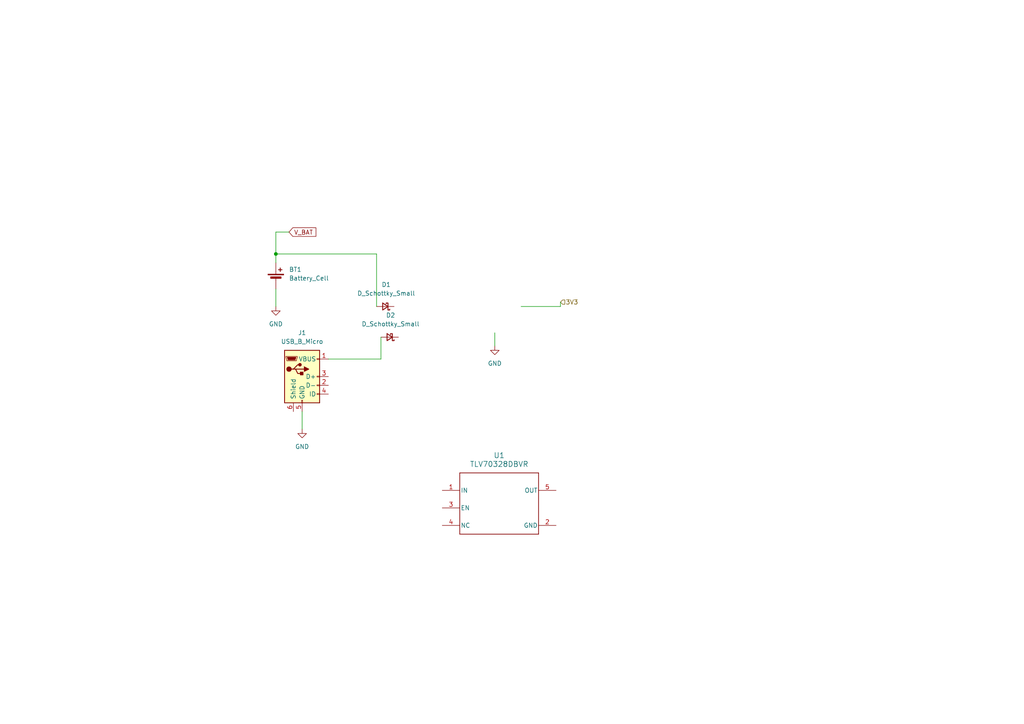
<source format=kicad_sch>
(kicad_sch (version 20230121) (generator eeschema)
  (paper "A4")
  (lib_symbols
    (symbol "Connector:USB_B_Micro" (pin_names (offset 1.016))
      (property "Reference" "J" (at -5.08 11.43 0))
      (property "Value" "USB_B_Micro" (at -5.08 8.89 0))
      (symbol "USB_B_Micro_0_1"
        (rectangle (start -5.08 -7.62) (end 5.08 7.62) (stroke (width 0.254)) (fill (type background)))
        (circle (center -3.81 2.159) (radius 0.635) (stroke (width 0.254)) (fill (type outline)))
        (circle (center -0.635 3.429) (radius 0.381) (stroke (width 0.254)) (fill (type outline)))
        (rectangle (start -0.127 -7.62) (end 0.127 -6.858))
        (polyline (pts (xy -1.905 2.159) (xy 0.635 2.159)) (stroke (width 0.254)))
        (polyline (pts (xy -3.175 2.159) (xy -2.54 2.159) (xy -1.27 3.429) (xy -0.635 3.429)) (stroke (width 0.254)))
        (polyline (pts (xy -2.54 2.159) (xy -1.905 2.159) (xy -1.27 0.889) (xy 0 0.889)) (stroke (width 0.254)))
        (polyline (pts (xy 0.635 2.794) (xy 0.635 1.524) (xy 1.905 2.159) (xy 0.635 2.794)) (stroke (width 0.254)) (fill (type outline)))
        (polyline (pts (xy -4.318 5.588) (xy -1.778 5.588) (xy -2.032 4.826) (xy -4.064 4.826) (xy -4.318 5.588)) (fill (type outline)))
        (polyline (pts (xy -4.699 5.842) (xy -4.699 5.588) (xy -4.445 4.826) (xy -4.445 4.572) (xy -1.651 4.572) (xy -1.651 4.826) (xy -1.397 5.588) (xy -1.397 5.842) (xy -4.699 5.842)))
        (rectangle (start 0.254 1.27) (end -0.508 0.508) (stroke (width 0.254)) (fill (type outline)))
        (rectangle (start 5.08 -5.207) (end 4.318 -4.953))
        (rectangle (start 5.08 -2.667) (end 4.318 -2.413))
        (rectangle (start 5.08 -0.127) (end 4.318 0.127))
        (rectangle (start 5.08 4.953) (end 4.318 5.207))
      )
      (symbol "USB_B_Micro_1_1"
        (pin power_out line (at 7.62 5.08 180) (length 2.54) (name "VBUS") (number "1"))
        (pin bidirectional line (at 7.62 -2.54 180) (length 2.54) (name "D-") (number "2"))
        (pin bidirectional line (at 7.62 0 180) (length 2.54) (name "D+") (number "3"))
        (pin passive line (at 7.62 -5.08 180) (length 2.54) (name "ID") (number "4"))
        (pin power_out line (at 0 -10.16 90) (length 2.54) (name "GND") (number "5"))
        (pin passive line (at -2.54 -10.16 90) (length 2.54) (name "Shield") (number "6"))
      )
    )
    (symbol "Device:Battery_Cell" (pin_numbers hide) (pin_names (offset 0) hide)
      (property "Reference" "BT" (at 2.54 2.54 0))
      (property "Value" "Battery_Cell" (at 2.54 0 0))
      (symbol "Battery_Cell_0_1"
        (rectangle (start -2.286 1.778) (end 2.286 1.524) (fill (type outline)))
        (rectangle (start -1.524 1.016) (end 1.524 0.508) (fill (type outline)))
        (polyline (pts (xy 0 0.762) (xy 0 0)))
        (polyline (pts (xy 0 1.778) (xy 0 2.54)))
        (polyline (pts (xy 0.762 3.048) (xy 1.778 3.048)) (stroke (width 0.254)))
        (polyline (pts (xy 1.27 3.556) (xy 1.27 2.54)) (stroke (width 0.254)))
      )
      (symbol "Battery_Cell_1_1"
        (pin passive line (at 0 5.08 270) (length 2.54) (name "+") (number "1"))
        (pin passive line (at 0 -2.54 90) (length 2.54) (name "-") (number "2"))
      )
    )
    (symbol "Device:D_Schottky_Small" (pin_numbers hide) (pin_names (offset 0.254) hide)
      (property "Reference" "D" (at -1.27 2.032 0))
      (property "Value" "D_Schottky_Small" (at -7.112 -2.032 0))
      (symbol "D_Schottky_Small_0_1"
        (polyline (pts (xy -0.762 0) (xy 0.762 0)))
        (polyline (pts (xy 0.762 -1.016) (xy -0.762 0) (xy 0.762 1.016) (xy 0.762 -1.016)) (stroke (width 0.254)))
        (polyline (pts (xy -1.27 0.762) (xy -1.27 1.016) (xy -0.762 1.016) (xy -0.762 -1.016) (xy -0.254 -1.016) (xy -0.254 -0.762)) (stroke (width 0.254)))
      )
      (symbol "D_Schottky_Small_1_1"
        (pin passive line (at -2.54 0 0) (length 1.778) (name "K") (number "1"))
        (pin passive line (at 2.54 0 180) (length 1.778) (name "A") (number "2"))
      )
    )
    (symbol "myLib:TLV70328DBVR" (pin_names (offset 0.254))
      (property "Reference" "U" (at 0 2.54 0))
      (property "Value" "TLV70328DBVR" (at 0 0 0))
      (symbol "TLV70328DBVR_0_1"
        (polyline (pts (xy 5.08 -12.7) (xy 27.94 -12.7)) (stroke (width 0.2032)))
        (polyline (pts (xy 5.08 5.08) (xy 5.08 -12.7)) (stroke (width 0.2032)))
        (polyline (pts (xy 27.94 -12.7) (xy 27.94 5.08)) (stroke (width 0.2032)))
        (polyline (pts (xy 27.94 5.08) (xy 5.08 5.08)) (stroke (width 0.2032)))
        (pin power_in line (at 0 0 0) (length 5.08) (name "IN") (number "1"))
        (pin power_in line (at 33.02 -10.16 180) (length 5.08) (name "GND") (number "2"))
        (pin input line (at 0 -5.08 0) (length 5.08) (name "EN") (number "3"))
        (pin unspecified line (at 0 -10.16 0) (length 5.08) (name "NC") (number "4"))
        (pin unspecified line (at 33.02 0 180) (length 5.08) (name "OUT") (number "5"))
      )
    )
    (symbol "power:GND" (power) (pin_names (offset 0))
      (property "Value" "GND" (at 0 -3.81 0))
      (symbol "GND_0_1"
        (polyline (pts (xy 0 0) (xy 0 -1.27) (xy 1.27 -1.27) (xy 0 -2.54) (xy -1.27 -1.27) (xy 0 -1.27)))
      )
      (symbol "GND_1_1"
        (pin power_in line (at 0 0 270) (length 0) hide (name "GND") (number "1"))
      )
    )
  )
  (junction (at 80.01 73.66))
  (wire (pts (xy 143.51 96.52) (xy 143.51 100.33)))
  (wire (pts (xy 87.63 119.38) (xy 87.63 124.46)))
  (wire (pts (xy 151.13 88.9) (xy 162.56 88.9)))
  (wire (pts (xy 80.01 83.82) (xy 80.01 88.9)))
  (wire (pts (xy 83.82 67.31) (xy 80.01 67.31)))
  (wire (pts (xy 109.22 88.9) (xy 109.22 73.66)))
  (wire (pts (xy 110.49 104.14) (xy 95.25 104.14)))
  (wire (pts (xy 80.01 67.31) (xy 80.01 73.66)))
  (wire (pts (xy 109.22 73.66) (xy 80.01 73.66)))
  (wire (pts (xy 80.01 73.66) (xy 80.01 76.2)))
  (wire (pts (xy 162.56 88.9) (xy 162.56 87.63)))
  (wire (pts (xy 110.49 97.79) (xy 110.49 104.14)))
  (global_label "V_BAT" (shape input) (at 83.82 67.31 0) (property "Intersheetrefs" "${INTERSHEET_REFS}" (effects hide)))
  (hierarchical_label "3V3" (shape input) (at 162.56 87.63 0))
  (symbol (lib_id "myLib:TLV70328DBVR") (at 128.27 142.24 0) (unit 1)
    (property "Reference" "U1" (at 144.78 132.08 0) (effects (font (size 1.524 1.524))))
    (property "Value" "TLV70328DBVR" (at 144.78 134.62 0) (effects (font (size 1.524 1.524))))
    (property "Footprint" "DBV0005A-IPC_A" (effects hide))
    (property "Datasheet" "TLV70328DBVR" (effects hide))
  )
  (symbol (lib_id "Device:D_Schottky_Small") (at 113.03 97.79 180) (unit 1)
    (property "Reference" "D2" (at 113.284 91.44 0))
    (property "Value" "D_Schottky_Small" (at 113.284 93.98 0))
  )
  (symbol (lib_id "power:GND") (at 87.63 124.46 0) (unit 1)
    (property "Reference" "#PWR02" (effects hide))
    (property "Value" "GND" (at 87.63 129.54 0))
  )
  (symbol (lib_id "power:GND") (at 143.51 100.33 0) (unit 1)
    (property "Reference" "#PWR03" (effects hide))
    (property "Value" "GND" (at 143.51 105.41 0))
  )
  (symbol (lib_id "Device:D_Schottky_Small") (at 111.76 88.9 180) (unit 1)
    (property "Reference" "D1" (at 112.014 82.55 0))
    (property "Value" "D_Schottky_Small" (at 112.014 85.09 0))
  )
  (symbol (lib_id "power:GND") (at 80.01 88.9 0) (unit 1)
    (property "Reference" "#PWR01" (effects hide))
    (property "Value" "GND" (at 80.01 93.98 0))
  )
  (symbol (lib_id "Device:Battery_Cell") (at 80.01 81.28 0) (unit 1)
    (property "Reference" "BT1" (at 83.82 78.1685 0) (effects (justify left)))
    (property "Value" "Battery_Cell" (at 83.82 80.7085 0) (effects (justify left)))
  )
  (symbol (lib_id "Connector:USB_B_Micro") (at 87.63 109.22 0) (unit 1)
    (property "Reference" "J1" (at 87.63 96.52 0))
    (property "Value" "USB_B_Micro" (at 87.63 99.06 0))
  )
)
</source>
